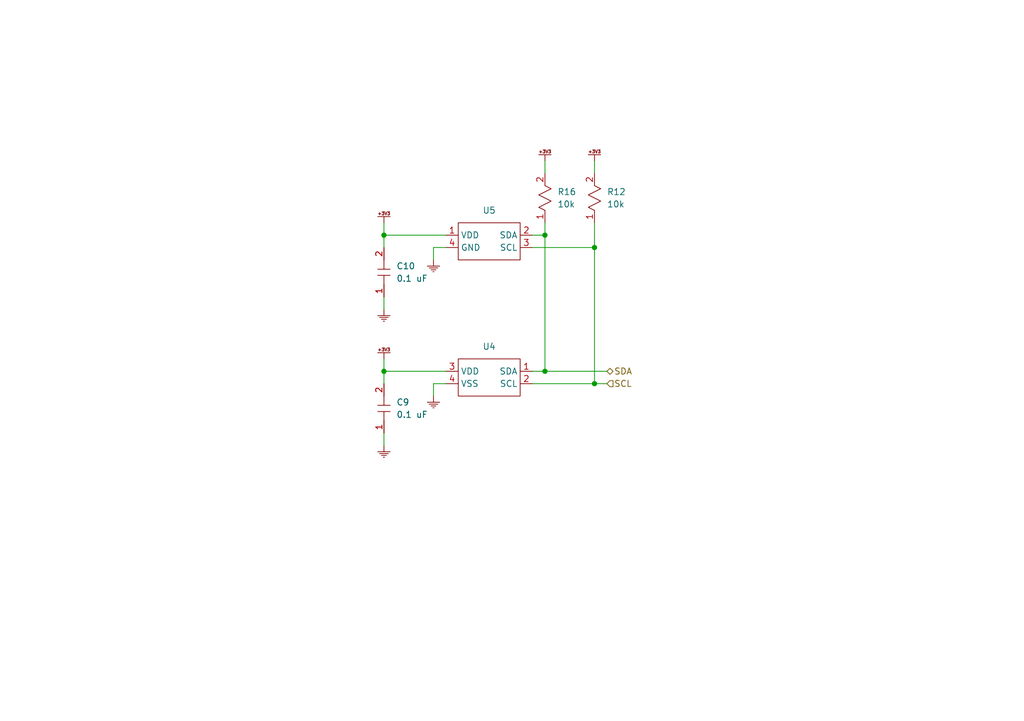
<source format=kicad_sch>
(kicad_sch (version 20230121) (generator eeschema)
  (paper "A5")
  (lib_symbols
    (symbol "zandmd:+3V3" (power) (pin_names (offset 0))
      (symbol "+3V3_0_1"
        (polyline (pts (xy -1.27 1.27) (xy 1.27 1.27)))
        (polyline (pts (xy 0 0) (xy 0 1.27)))
      )
      (symbol "+3V3_1_1"
        (text "+3V3" (at 0 1.905 0) (effects (font (size 0.635 0.635))))
        (pin power_in line (at 0 0 90) (length 0) hide (name "+3V3") (number "1"))
      )
    )
    (symbol "zandmd:CAPACITOR" (pin_names (offset 0))
      (property "Reference" "C" (at 0 0 0))
      (property "Value" "C" (at 0 0 0))
      (symbol "CAPACITOR_0_1"
        (polyline (pts (xy 2.54 0) (xy 4.445 0)))
        (polyline (pts (xy 4.445 1.27) (xy 4.445 -1.27)))
        (polyline (pts (xy 5.715 1.27) (xy 5.715 -1.27)))
        (polyline (pts (xy 7.62 0) (xy 5.715 0)))
      )
      (symbol "CAPACITOR_1_1"
        (pin passive line (at 0 0 0) (length 2.54) (name "") (number "1"))
        (pin passive line (at 10.16 0 180) (length 2.54) (name "") (number "2"))
      )
    )
    (symbol "zandmd:GND" (power) (pin_names (offset 0))
      (symbol "GND_0_1"
        (polyline (pts (xy -1.27 -1.27) (xy 1.27 -1.27)))
        (polyline (pts (xy -0.889 -1.651) (xy 0.889 -1.651)))
        (polyline (pts (xy -0.508 -2.032) (xy 0.508 -2.032)))
        (polyline (pts (xy -0.127 -2.413) (xy 0.127 -2.413)))
        (polyline (pts (xy 0 0) (xy 0 -1.27)))
      )
      (symbol "GND_1_1"
        (pin power_in line (at 0 0 270) (length 0) hide (name "GND") (number "1"))
      )
    )
    (symbol "zandmd:MS563702BA03-50"
      (property "Reference" "U" (at 0 0 0))
      (symbol "MS563702BA03-50_0_1"
        (rectangle (start 2.54 7.62) (end 15.24 0))
      )
      (symbol "MS563702BA03-50_1_1"
        (pin power_in line (at 0 5.08 0) (length 2.54) (name "VDD") (number "1"))
        (pin open_collector line (at 17.78 5.08 180) (length 2.54) (name "SDA") (number "2"))
        (pin input line (at 17.78 2.54 180) (length 2.54) (name "SCL") (number "3"))
        (pin passive line (at 0 2.54 0) (length 2.54) (name "GND") (number "4"))
      )
    )
    (symbol "zandmd:RESISTOR" (pin_names (offset 0))
      (property "Reference" "R" (at 0 0 0))
      (property "Value" "R" (at 0 0 0))
      (symbol "RESISTOR_0_1"
        (polyline (pts (xy 2.54 0) (xy 3.175 1.27) (xy 4.445 -1.27) (xy 5.715 1.27) (xy 6.985 -1.27) (xy 7.62 0)))
      )
      (symbol "RESISTOR_1_1"
        (pin passive line (at 0 0 0) (length 2.54) (name "") (number "1"))
        (pin passive line (at 10.16 0 180) (length 2.54) (name "") (number "2"))
      )
    )
    (symbol "zandmd:SHT40-BD1B-R3"
      (property "Reference" "U" (at 0 0 0))
      (symbol "SHT40-BD1B-R3_0_1"
        (rectangle (start 2.54 7.62) (end 15.24 0))
      )
      (symbol "SHT40-BD1B-R3_1_1"
        (pin open_collector line (at 17.78 5.08 180) (length 2.54) (name "SDA") (number "1"))
        (pin input line (at 17.78 2.54 180) (length 2.54) (name "SCL") (number "2"))
        (pin power_in line (at 0 5.08 0) (length 2.54) (name "VDD") (number "3"))
        (pin passive line (at 0 2.54 0) (length 2.54) (name "VSS") (number "4"))
      )
    )
  )
  (junction (at 111.76 48.26))
  (junction (at 121.92 78.74))
  (junction (at 78.74 76.2))
  (junction (at 78.74 48.26))
  (junction (at 111.76 76.2))
  (junction (at 121.92 50.8))
  (wire (pts (xy 88.9 78.74) (xy 91.44 78.74)))
  (wire (pts (xy 111.76 76.2) (xy 124.46 76.2)))
  (wire (pts (xy 121.92 78.74) (xy 109.22 78.74)))
  (wire (pts (xy 121.92 33.02) (xy 121.92 35.56)))
  (wire (pts (xy 121.92 78.74) (xy 124.46 78.74)))
  (wire (pts (xy 121.92 45.72) (xy 121.92 50.8)))
  (wire (pts (xy 109.22 48.26) (xy 111.76 48.26)))
  (wire (pts (xy 88.9 50.8) (xy 91.44 50.8)))
  (wire (pts (xy 109.22 50.8) (xy 121.92 50.8)))
  (wire (pts (xy 91.44 76.2) (xy 78.74 76.2)))
  (wire (pts (xy 88.9 53.34) (xy 88.9 50.8)))
  (wire (pts (xy 88.9 81.28) (xy 88.9 78.74)))
  (wire (pts (xy 111.76 48.26) (xy 111.76 76.2)))
  (wire (pts (xy 111.76 33.02) (xy 111.76 35.56)))
  (wire (pts (xy 78.74 76.2) (xy 78.74 78.74)))
  (wire (pts (xy 91.44 48.26) (xy 78.74 48.26)))
  (wire (pts (xy 111.76 76.2) (xy 109.22 76.2)))
  (wire (pts (xy 78.74 88.9) (xy 78.74 91.44)))
  (wire (pts (xy 78.74 73.66) (xy 78.74 76.2)))
  (wire (pts (xy 111.76 45.72) (xy 111.76 48.26)))
  (wire (pts (xy 78.74 60.96) (xy 78.74 63.5)))
  (wire (pts (xy 78.74 45.72) (xy 78.74 48.26)))
  (wire (pts (xy 121.92 50.8) (xy 121.92 78.74)))
  (wire (pts (xy 78.74 48.26) (xy 78.74 50.8)))
  (hierarchical_label "SCL" (shape input) (at 124.46 78.74 0))
  (hierarchical_label "SDA" (shape bidirectional) (at 124.46 76.2 0))
  (symbol (lib_id "zandmd:GND") (at 78.74 63.5 0) (unit 1)
    (property "Reference" "#PWR034" (effects hide))
    (property "Value" "GND" (effects hide))
  )
  (symbol (lib_id "zandmd:+3V3") (at 121.92 33.02 0) (unit 1)
    (property "Reference" "#PWR037" (effects hide))
    (property "Value" "+3V3" (effects hide))
  )
  (symbol (lib_id "zandmd:+3V3") (at 78.74 45.72 0) (unit 1)
    (property "Reference" "#PWR033" (effects hide))
    (property "Value" "+3V3" (effects hide))
  )
  (symbol (lib_id "zandmd:CAPACITOR") (at 78.74 88.9 90) (unit 1)
    (property "Reference" "C9" (at 81.28 82.55 90) (effects (justify right)))
    (property "Value" "0.1 uF" (at 81.28 85.09 90) (effects (justify right)))
    (property "Footprint" "zandmd:PASSIVE-NPOL-0805" (effects hide))
    (property "Sim.Device" "C" (effects hide))
    (property "Sim.Pins" "1=+ 2=-" (effects hide))
  )
  (symbol (lib_id "zandmd:MS563702BA03-50") (at 91.44 53.34 0) (unit 1)
    (property "Reference" "U5" (at 100.33 43.18 0))
    (property "Value" "MS563702BA03-50" (effects hide))
    (property "Footprint" "zandmd:MS563702BA03-50" (effects hide))
    (property "Datasheet" "https://www.mouser.com/datasheet/2/418/5/NG_DS_MS5637-02BA03_B1-1130139.pdf" (effects hide))
    (property "Sim.Enable" "0" (effects hide))
  )
  (symbol (lib_id "zandmd:+3V3") (at 78.74 73.66 0) (unit 1)
    (property "Reference" "#PWR032" (effects hide))
    (property "Value" "+3V3" (effects hide))
  )
  (symbol (lib_id "zandmd:GND") (at 78.74 91.44 0) (unit 1)
    (property "Reference" "#PWR031" (effects hide))
    (property "Value" "GND" (effects hide))
  )
  (symbol (lib_id "zandmd:+3V3") (at 111.76 33.02 0) (unit 1)
    (property "Reference" "#PWR036" (effects hide))
    (property "Value" "+3V3" (effects hide))
  )
  (symbol (lib_id "zandmd:SHT40-BD1B-R3") (at 91.44 81.28 0) (unit 1)
    (property "Reference" "U4" (at 100.33 71.12 0))
    (property "Value" "SHT40-BD1B-R3" (effects hide))
    (property "Footprint" "zandmd:SHT40-BD1B-R3" (effects hide))
    (property "Datasheet" "https://sensirion.com/media/documents/33FD6951/63E1087C/Datasheet_SHT4x_1.pdf" (effects hide))
    (property "Sim.Enable" "0" (effects hide))
  )
  (symbol (lib_id "zandmd:CAPACITOR") (at 78.74 60.96 90) (unit 1)
    (property "Reference" "C10" (at 81.28 54.61 90) (effects (justify right)))
    (property "Value" "0.1 uF" (at 81.28 57.15 90) (effects (justify right)))
    (property "Footprint" "zandmd:PASSIVE-NPOL-0805" (effects hide))
    (property "Sim.Device" "C" (effects hide))
    (property "Sim.Pins" "1=+ 2=-" (effects hide))
  )
  (symbol (lib_id "zandmd:GND") (at 88.9 81.28 0) (unit 1)
    (property "Reference" "#PWR030" (effects hide))
    (property "Value" "GND" (effects hide))
  )
  (symbol (lib_id "zandmd:RESISTOR") (at 111.76 45.72 90) (unit 1)
    (property "Reference" "R16" (at 114.3 39.37 90) (effects (justify right)))
    (property "Value" "10k" (at 114.3 41.91 90) (effects (justify right)))
    (property "Footprint" "zandmd:PASSIVE-NPOL-0805" (effects hide))
    (property "Sim.Device" "R" (effects hide))
    (property "Sim.Pins" "1=+ 2=-" (effects hide))
  )
  (symbol (lib_id "zandmd:RESISTOR") (at 121.92 45.72 90) (unit 1)
    (property "Reference" "R12" (at 124.46 39.37 90) (effects (justify right)))
    (property "Value" "10k" (at 124.46 41.91 90) (effects (justify right)))
    (property "Footprint" "zandmd:PASSIVE-NPOL-0805" (effects hide))
    (property "Sim.Device" "R" (effects hide))
    (property "Sim.Pins" "1=+ 2=-" (effects hide))
  )
  (symbol (lib_id "zandmd:GND") (at 88.9 53.34 0) (unit 1)
    (property "Reference" "#PWR035" (effects hide))
    (property "Value" "GND" (effects hide))
  )
)
</source>
